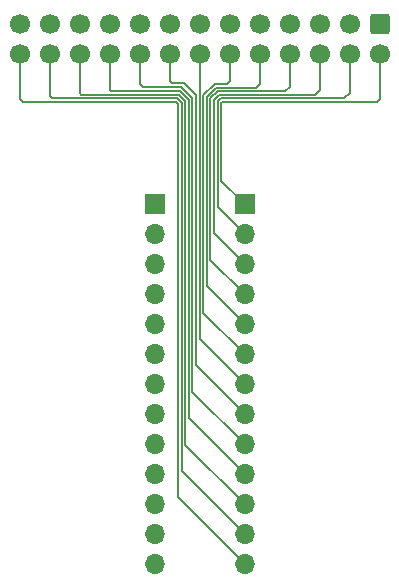
<source format=gtl>
%TF.GenerationSoftware,KiCad,Pcbnew,(6.0.2)*%
%TF.CreationDate,2022-02-16T12:22:25-06:00*%
%TF.ProjectId,BreadboardAdapter26,42726561-6462-46f6-9172-644164617074,rev?*%
%TF.SameCoordinates,Original*%
%TF.FileFunction,Copper,L1,Top*%
%TF.FilePolarity,Positive*%
%FSLAX46Y46*%
G04 Gerber Fmt 4.6, Leading zero omitted, Abs format (unit mm)*
G04 Created by KiCad (PCBNEW (6.0.2)) date 2022-02-16 12:22:25*
%MOMM*%
%LPD*%
G01*
G04 APERTURE LIST*
G04 Aperture macros list*
%AMRoundRect*
0 Rectangle with rounded corners*
0 $1 Rounding radius*
0 $2 $3 $4 $5 $6 $7 $8 $9 X,Y pos of 4 corners*
0 Add a 4 corners polygon primitive as box body*
4,1,4,$2,$3,$4,$5,$6,$7,$8,$9,$2,$3,0*
0 Add four circle primitives for the rounded corners*
1,1,$1+$1,$2,$3*
1,1,$1+$1,$4,$5*
1,1,$1+$1,$6,$7*
1,1,$1+$1,$8,$9*
0 Add four rect primitives between the rounded corners*
20,1,$1+$1,$2,$3,$4,$5,0*
20,1,$1+$1,$4,$5,$6,$7,0*
20,1,$1+$1,$6,$7,$8,$9,0*
20,1,$1+$1,$8,$9,$2,$3,0*%
G04 Aperture macros list end*
%TA.AperFunction,ComponentPad*%
%ADD10RoundRect,0.250000X-0.600000X0.600000X-0.600000X-0.600000X0.600000X-0.600000X0.600000X0.600000X0*%
%TD*%
%TA.AperFunction,ComponentPad*%
%ADD11C,1.700000*%
%TD*%
%TA.AperFunction,ComponentPad*%
%ADD12R,1.700000X1.700000*%
%TD*%
%TA.AperFunction,ComponentPad*%
%ADD13O,1.700000X1.700000*%
%TD*%
%TA.AperFunction,Conductor*%
%ADD14C,0.152400*%
%TD*%
G04 APERTURE END LIST*
D10*
%TO.P,J1,1,Pin_1*%
%TO.N,Net-(J1-Pad1)*%
X151130000Y-39370000D03*
D11*
%TO.P,J1,2,Pin_2*%
%TO.N,Net-(J1-Pad2)*%
X151130000Y-41910000D03*
%TO.P,J1,3,Pin_3*%
%TO.N,Net-(J1-Pad3)*%
X148590000Y-39370000D03*
%TO.P,J1,4,Pin_4*%
%TO.N,Net-(J1-Pad4)*%
X148590000Y-41910000D03*
%TO.P,J1,5,Pin_5*%
%TO.N,Net-(J1-Pad5)*%
X146050000Y-39370000D03*
%TO.P,J1,6,Pin_6*%
%TO.N,Net-(J1-Pad6)*%
X146050000Y-41910000D03*
%TO.P,J1,7,Pin_7*%
%TO.N,Net-(J1-Pad7)*%
X143510000Y-39370000D03*
%TO.P,J1,8,Pin_8*%
%TO.N,Net-(J1-Pad8)*%
X143510000Y-41910000D03*
%TO.P,J1,9,Pin_9*%
%TO.N,Net-(J1-Pad9)*%
X140970000Y-39370000D03*
%TO.P,J1,10,Pin_10*%
%TO.N,Net-(J1-Pad10)*%
X140970000Y-41910000D03*
%TO.P,J1,11,Pin_11*%
%TO.N,Net-(J1-Pad11)*%
X138430000Y-39370000D03*
%TO.P,J1,12,Pin_12*%
%TO.N,Net-(J1-Pad12)*%
X138430000Y-41910000D03*
%TO.P,J1,13,Pin_13*%
%TO.N,Net-(J1-Pad13)*%
X135890000Y-39370000D03*
%TO.P,J1,14,Pin_14*%
%TO.N,Net-(J1-Pad14)*%
X135890000Y-41910000D03*
%TO.P,J1,15,Pin_15*%
%TO.N,Net-(J1-Pad15)*%
X133350000Y-39370000D03*
%TO.P,J1,16,Pin_16*%
%TO.N,Net-(J1-Pad16)*%
X133350000Y-41910000D03*
%TO.P,J1,17,Pin_17*%
%TO.N,Net-(J1-Pad17)*%
X130810000Y-39370000D03*
%TO.P,J1,18,Pin_18*%
%TO.N,Net-(J1-Pad18)*%
X130810000Y-41910000D03*
%TO.P,J1,19,Pin_19*%
%TO.N,Net-(J1-Pad19)*%
X128270000Y-39370000D03*
%TO.P,J1,20,Pin_20*%
%TO.N,Net-(J1-Pad20)*%
X128270000Y-41910000D03*
%TO.P,J1,21,Pin_21*%
%TO.N,Net-(J1-Pad21)*%
X125730000Y-39370000D03*
%TO.P,J1,22,Pin_22*%
%TO.N,Net-(J1-Pad22)*%
X125730000Y-41910000D03*
%TO.P,J1,23,Pin_23*%
%TO.N,Net-(J1-Pad23)*%
X123190000Y-39370000D03*
%TO.P,J1,24,Pin_24*%
%TO.N,Net-(J1-Pad24)*%
X123190000Y-41910000D03*
%TO.P,J1,25,Pin_25*%
%TO.N,Net-(J1-Pad25)*%
X120650000Y-39370000D03*
%TO.P,J1,26,Pin_26*%
%TO.N,Net-(J1-Pad26)*%
X120650000Y-41910000D03*
%TD*%
D12*
%TO.P,J3,1,Pin_1*%
%TO.N,Net-(J1-Pad2)*%
X139700000Y-54610000D03*
D13*
%TO.P,J3,2,Pin_2*%
%TO.N,Net-(J1-Pad4)*%
X139700000Y-57150000D03*
%TO.P,J3,3,Pin_3*%
%TO.N,Net-(J1-Pad6)*%
X139700000Y-59690000D03*
%TO.P,J3,4,Pin_4*%
%TO.N,Net-(J1-Pad8)*%
X139700000Y-62230000D03*
%TO.P,J3,5,Pin_5*%
%TO.N,Net-(J1-Pad10)*%
X139700000Y-64770000D03*
%TO.P,J3,6,Pin_6*%
%TO.N,Net-(J1-Pad12)*%
X139700000Y-67310000D03*
%TO.P,J3,7,Pin_7*%
%TO.N,Net-(J1-Pad14)*%
X139700000Y-69850000D03*
%TO.P,J3,8,Pin_8*%
%TO.N,Net-(J1-Pad16)*%
X139700000Y-72390000D03*
%TO.P,J3,9,Pin_9*%
%TO.N,Net-(J1-Pad18)*%
X139700000Y-74930000D03*
%TO.P,J3,10,Pin_10*%
%TO.N,Net-(J1-Pad20)*%
X139700000Y-77470000D03*
%TO.P,J3,11,Pin_11*%
%TO.N,Net-(J1-Pad22)*%
X139700000Y-80010000D03*
%TO.P,J3,12,Pin_12*%
%TO.N,Net-(J1-Pad24)*%
X139700000Y-82550000D03*
%TO.P,J3,13,Pin_13*%
%TO.N,Net-(J1-Pad26)*%
X139700000Y-85090000D03*
%TD*%
D12*
%TO.P,J2,1,Pin_1*%
%TO.N,Net-(J1-Pad1)*%
X132080000Y-54610000D03*
D13*
%TO.P,J2,2,Pin_2*%
%TO.N,Net-(J1-Pad3)*%
X132080000Y-57150000D03*
%TO.P,J2,3,Pin_3*%
%TO.N,Net-(J1-Pad5)*%
X132080000Y-59690000D03*
%TO.P,J2,4,Pin_4*%
%TO.N,Net-(J1-Pad7)*%
X132080000Y-62230000D03*
%TO.P,J2,5,Pin_5*%
%TO.N,Net-(J1-Pad9)*%
X132080000Y-64770000D03*
%TO.P,J2,6,Pin_6*%
%TO.N,Net-(J1-Pad11)*%
X132080000Y-67310000D03*
%TO.P,J2,7,Pin_7*%
%TO.N,Net-(J1-Pad13)*%
X132080000Y-69850000D03*
%TO.P,J2,8,Pin_8*%
%TO.N,Net-(J1-Pad15)*%
X132080000Y-72390000D03*
%TO.P,J2,9,Pin_9*%
%TO.N,Net-(J1-Pad17)*%
X132080000Y-74930000D03*
%TO.P,J2,10,Pin_10*%
%TO.N,Net-(J1-Pad19)*%
X132080000Y-77470000D03*
%TO.P,J2,11,Pin_11*%
%TO.N,Net-(J1-Pad21)*%
X132080000Y-80010000D03*
%TO.P,J2,12,Pin_12*%
%TO.N,Net-(J1-Pad23)*%
X132080000Y-82550000D03*
%TO.P,J2,13,Pin_13*%
%TO.N,Net-(J1-Pad25)*%
X132080000Y-85090000D03*
%TD*%
D14*
%TO.N,Net-(J1-Pad2)*%
X150876000Y-45974000D02*
X150873600Y-45971600D01*
X151130000Y-45720000D02*
X150876000Y-45974000D01*
X137790270Y-45971600D02*
X137715920Y-46045950D01*
X150873600Y-45971600D02*
X137790270Y-45971600D01*
X137715920Y-46045950D02*
X137715920Y-52625920D01*
X137715920Y-52625920D02*
X139700000Y-54610000D01*
X151130000Y-41910000D02*
X151130000Y-45720000D01*
%TO.N,Net-(J1-Pad4)*%
X137664216Y-45667280D02*
X137411600Y-45919896D01*
X148590000Y-41910000D02*
X148590000Y-45212000D01*
X137411600Y-45919896D02*
X137411600Y-54861600D01*
X137411600Y-54861600D02*
X139700000Y-57150000D01*
X148134720Y-45667280D02*
X137664216Y-45667280D01*
X148590000Y-45212000D02*
X148134720Y-45667280D01*
%TO.N,Net-(J1-Pad6)*%
X145645040Y-45362960D02*
X137538162Y-45362960D01*
X137107280Y-57097280D02*
X139700000Y-59690000D01*
X146050000Y-41910000D02*
X146050000Y-44958000D01*
X137107280Y-45793842D02*
X137107280Y-57097280D01*
X146050000Y-44958000D02*
X145645040Y-45362960D01*
X137538162Y-45362960D02*
X137107280Y-45793842D01*
%TO.N,Net-(J1-Pad8)*%
X143510000Y-41910000D02*
X143510000Y-44704000D01*
X143510000Y-44704000D02*
X143155360Y-45058640D01*
X137412108Y-45058640D02*
X136802960Y-45667788D01*
X136802960Y-59332960D02*
X139700000Y-62230000D01*
X136802960Y-45667788D02*
X136802960Y-59332960D01*
X143155360Y-45058640D02*
X137412108Y-45058640D01*
%TO.N,Net-(J1-Pad10)*%
X137286054Y-44754320D02*
X136498640Y-45541734D01*
X140970000Y-41910000D02*
X140970000Y-44450000D01*
X140665680Y-44754320D02*
X137286054Y-44754320D01*
X140970000Y-44450000D02*
X140665680Y-44754320D01*
X136498640Y-45541734D02*
X136498640Y-61568640D01*
X136498640Y-61568640D02*
X139700000Y-64770000D01*
%TO.N,Net-(J1-Pad12)*%
X136194320Y-45415680D02*
X136194320Y-63804320D01*
X136194320Y-63804320D02*
X139700000Y-67310000D01*
X138176000Y-44450000D02*
X137160000Y-44450000D01*
X138430000Y-44196000D02*
X138176000Y-44450000D01*
X138430000Y-41910000D02*
X138430000Y-44196000D01*
X137160000Y-44450000D02*
X136194320Y-45415680D01*
%TO.N,Net-(J1-Pad14)*%
X135890000Y-66040000D02*
X139700000Y-69850000D01*
X135890000Y-41910000D02*
X135890000Y-66040000D01*
%TO.N,Net-(J1-Pad16)*%
X133350000Y-44196000D02*
X133553680Y-44399680D01*
X133350000Y-41910000D02*
X133350000Y-44196000D01*
X134569680Y-44399680D02*
X135585680Y-45415680D01*
X135585680Y-45415680D02*
X135585680Y-68275680D01*
X135585680Y-68275680D02*
X139700000Y-72390000D01*
X133553680Y-44399680D02*
X134569680Y-44399680D01*
%TO.N,Net-(J1-Pad18)*%
X131064000Y-44704000D02*
X134337746Y-44704000D01*
X135281360Y-70511360D02*
X139700000Y-74930000D01*
X134337746Y-44704000D02*
X135281360Y-45647614D01*
X130810000Y-44450000D02*
X131064000Y-44704000D01*
X135281360Y-45647614D02*
X135281360Y-70511360D01*
X130810000Y-41910000D02*
X130810000Y-44450000D01*
%TO.N,Net-(J1-Pad20)*%
X128373040Y-45061040D02*
X134264412Y-45061040D01*
X128270000Y-41910000D02*
X128270000Y-44958000D01*
X128270000Y-44958000D02*
X128373040Y-45061040D01*
X134977040Y-45773668D02*
X134977040Y-72747040D01*
X134977040Y-72747040D02*
X139700000Y-77470000D01*
X134264412Y-45061040D02*
X134977040Y-45773668D01*
%TO.N,Net-(J1-Pad22)*%
X125730000Y-45212000D02*
X125883360Y-45365360D01*
X134138358Y-45365360D02*
X134672720Y-45899722D01*
X125883360Y-45365360D02*
X134138358Y-45365360D01*
X134672720Y-45899722D02*
X134672720Y-74982720D01*
X125730000Y-41910000D02*
X125730000Y-45212000D01*
X134672720Y-74982720D02*
X139700000Y-80010000D01*
%TO.N,Net-(J1-Pad24)*%
X123190000Y-45466000D02*
X123393680Y-45669680D01*
X123190000Y-41910000D02*
X123190000Y-45466000D01*
X123393680Y-45669680D02*
X134012304Y-45669680D01*
X134368400Y-46025776D02*
X134368400Y-77218400D01*
X134012304Y-45669680D02*
X134368400Y-46025776D01*
X134368400Y-77218400D02*
X139700000Y-82550000D01*
%TO.N,Net-(J1-Pad26)*%
X133886250Y-45974000D02*
X134064080Y-46151830D01*
X120650000Y-45720000D02*
X120904000Y-45974000D01*
X120650000Y-41910000D02*
X120650000Y-45720000D01*
X120904000Y-45974000D02*
X133886250Y-45974000D01*
X134064080Y-46151830D02*
X134064080Y-79454080D01*
X134064080Y-79454080D02*
X139700000Y-85090000D01*
%TD*%
M02*

</source>
